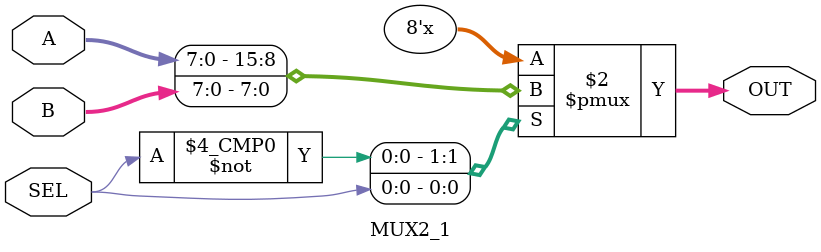
<source format=v>
module MUX2_1 #(parameter BUS_WIDTH = 8)(SEL, A, B, OUT);
input SEL;
input [BUS_WIDTH-1:0] A;
input [BUS_WIDTH-1:0] B;
output reg [BUS_WIDTH-1:0] OUT;

always @(*)
begin
	case (SEL)
	1'b0: OUT = A;
	1'b1: OUT = B;
	endcase
end

endmodule

</source>
